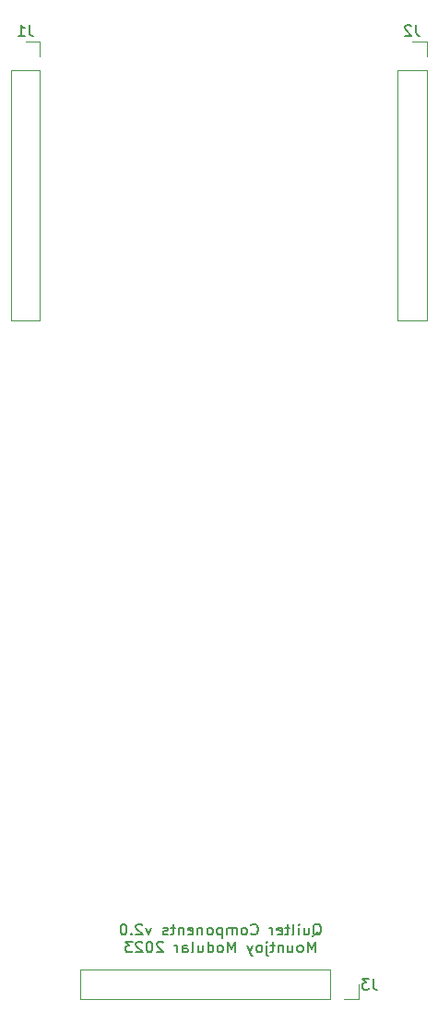
<source format=gbr>
%TF.GenerationSoftware,KiCad,Pcbnew,(6.0.11)*%
%TF.CreationDate,2023-07-04T16:59:20+01:00*%
%TF.ProjectId,Quilter_Components,5175696c-7465-4725-9f43-6f6d706f6e65,rev?*%
%TF.SameCoordinates,Original*%
%TF.FileFunction,Legend,Bot*%
%TF.FilePolarity,Positive*%
%FSLAX46Y46*%
G04 Gerber Fmt 4.6, Leading zero omitted, Abs format (unit mm)*
G04 Created by KiCad (PCBNEW (6.0.11)) date 2023-07-04 16:59:20*
%MOMM*%
%LPD*%
G01*
G04 APERTURE LIST*
%ADD10C,0.200000*%
%ADD11C,0.150000*%
%ADD12C,0.120000*%
G04 APERTURE END LIST*
D10*
X78776190Y-143442619D02*
X78871428Y-143395000D01*
X78966666Y-143299761D01*
X79109523Y-143156904D01*
X79204761Y-143109285D01*
X79300000Y-143109285D01*
X79252380Y-143347380D02*
X79347619Y-143299761D01*
X79442857Y-143204523D01*
X79490476Y-143014047D01*
X79490476Y-142680714D01*
X79442857Y-142490238D01*
X79347619Y-142395000D01*
X79252380Y-142347380D01*
X79061904Y-142347380D01*
X78966666Y-142395000D01*
X78871428Y-142490238D01*
X78823809Y-142680714D01*
X78823809Y-143014047D01*
X78871428Y-143204523D01*
X78966666Y-143299761D01*
X79061904Y-143347380D01*
X79252380Y-143347380D01*
X77966666Y-142680714D02*
X77966666Y-143347380D01*
X78395238Y-142680714D02*
X78395238Y-143204523D01*
X78347619Y-143299761D01*
X78252380Y-143347380D01*
X78109523Y-143347380D01*
X78014285Y-143299761D01*
X77966666Y-143252142D01*
X77490476Y-143347380D02*
X77490476Y-142680714D01*
X77490476Y-142347380D02*
X77538095Y-142395000D01*
X77490476Y-142442619D01*
X77442857Y-142395000D01*
X77490476Y-142347380D01*
X77490476Y-142442619D01*
X76871428Y-143347380D02*
X76966666Y-143299761D01*
X77014285Y-143204523D01*
X77014285Y-142347380D01*
X76633333Y-142680714D02*
X76252380Y-142680714D01*
X76490476Y-142347380D02*
X76490476Y-143204523D01*
X76442857Y-143299761D01*
X76347619Y-143347380D01*
X76252380Y-143347380D01*
X75538095Y-143299761D02*
X75633333Y-143347380D01*
X75823809Y-143347380D01*
X75919047Y-143299761D01*
X75966666Y-143204523D01*
X75966666Y-142823571D01*
X75919047Y-142728333D01*
X75823809Y-142680714D01*
X75633333Y-142680714D01*
X75538095Y-142728333D01*
X75490476Y-142823571D01*
X75490476Y-142918809D01*
X75966666Y-143014047D01*
X75061904Y-143347380D02*
X75061904Y-142680714D01*
X75061904Y-142871190D02*
X75014285Y-142775952D01*
X74966666Y-142728333D01*
X74871428Y-142680714D01*
X74776190Y-142680714D01*
X73109523Y-143252142D02*
X73157142Y-143299761D01*
X73300000Y-143347380D01*
X73395238Y-143347380D01*
X73538095Y-143299761D01*
X73633333Y-143204523D01*
X73680952Y-143109285D01*
X73728571Y-142918809D01*
X73728571Y-142775952D01*
X73680952Y-142585476D01*
X73633333Y-142490238D01*
X73538095Y-142395000D01*
X73395238Y-142347380D01*
X73300000Y-142347380D01*
X73157142Y-142395000D01*
X73109523Y-142442619D01*
X72538095Y-143347380D02*
X72633333Y-143299761D01*
X72680952Y-143252142D01*
X72728571Y-143156904D01*
X72728571Y-142871190D01*
X72680952Y-142775952D01*
X72633333Y-142728333D01*
X72538095Y-142680714D01*
X72395238Y-142680714D01*
X72300000Y-142728333D01*
X72252380Y-142775952D01*
X72204761Y-142871190D01*
X72204761Y-143156904D01*
X72252380Y-143252142D01*
X72300000Y-143299761D01*
X72395238Y-143347380D01*
X72538095Y-143347380D01*
X71776190Y-143347380D02*
X71776190Y-142680714D01*
X71776190Y-142775952D02*
X71728571Y-142728333D01*
X71633333Y-142680714D01*
X71490476Y-142680714D01*
X71395238Y-142728333D01*
X71347619Y-142823571D01*
X71347619Y-143347380D01*
X71347619Y-142823571D02*
X71300000Y-142728333D01*
X71204761Y-142680714D01*
X71061904Y-142680714D01*
X70966666Y-142728333D01*
X70919047Y-142823571D01*
X70919047Y-143347380D01*
X70442857Y-142680714D02*
X70442857Y-143680714D01*
X70442857Y-142728333D02*
X70347619Y-142680714D01*
X70157142Y-142680714D01*
X70061904Y-142728333D01*
X70014285Y-142775952D01*
X69966666Y-142871190D01*
X69966666Y-143156904D01*
X70014285Y-143252142D01*
X70061904Y-143299761D01*
X70157142Y-143347380D01*
X70347619Y-143347380D01*
X70442857Y-143299761D01*
X69395238Y-143347380D02*
X69490476Y-143299761D01*
X69538095Y-143252142D01*
X69585714Y-143156904D01*
X69585714Y-142871190D01*
X69538095Y-142775952D01*
X69490476Y-142728333D01*
X69395238Y-142680714D01*
X69252380Y-142680714D01*
X69157142Y-142728333D01*
X69109523Y-142775952D01*
X69061904Y-142871190D01*
X69061904Y-143156904D01*
X69109523Y-143252142D01*
X69157142Y-143299761D01*
X69252380Y-143347380D01*
X69395238Y-143347380D01*
X68633333Y-142680714D02*
X68633333Y-143347380D01*
X68633333Y-142775952D02*
X68585714Y-142728333D01*
X68490476Y-142680714D01*
X68347619Y-142680714D01*
X68252380Y-142728333D01*
X68204761Y-142823571D01*
X68204761Y-143347380D01*
X67347619Y-143299761D02*
X67442857Y-143347380D01*
X67633333Y-143347380D01*
X67728571Y-143299761D01*
X67776190Y-143204523D01*
X67776190Y-142823571D01*
X67728571Y-142728333D01*
X67633333Y-142680714D01*
X67442857Y-142680714D01*
X67347619Y-142728333D01*
X67300000Y-142823571D01*
X67300000Y-142918809D01*
X67776190Y-143014047D01*
X66871428Y-142680714D02*
X66871428Y-143347380D01*
X66871428Y-142775952D02*
X66823809Y-142728333D01*
X66728571Y-142680714D01*
X66585714Y-142680714D01*
X66490476Y-142728333D01*
X66442857Y-142823571D01*
X66442857Y-143347380D01*
X66109523Y-142680714D02*
X65728571Y-142680714D01*
X65966666Y-142347380D02*
X65966666Y-143204523D01*
X65919047Y-143299761D01*
X65823809Y-143347380D01*
X65728571Y-143347380D01*
X65442857Y-143299761D02*
X65347619Y-143347380D01*
X65157142Y-143347380D01*
X65061904Y-143299761D01*
X65014285Y-143204523D01*
X65014285Y-143156904D01*
X65061904Y-143061666D01*
X65157142Y-143014047D01*
X65300000Y-143014047D01*
X65395238Y-142966428D01*
X65442857Y-142871190D01*
X65442857Y-142823571D01*
X65395238Y-142728333D01*
X65300000Y-142680714D01*
X65157142Y-142680714D01*
X65061904Y-142728333D01*
X63919047Y-142680714D02*
X63680952Y-143347380D01*
X63442857Y-142680714D01*
X63109523Y-142442619D02*
X63061904Y-142395000D01*
X62966666Y-142347380D01*
X62728571Y-142347380D01*
X62633333Y-142395000D01*
X62585714Y-142442619D01*
X62538095Y-142537857D01*
X62538095Y-142633095D01*
X62585714Y-142775952D01*
X63157142Y-143347380D01*
X62538095Y-143347380D01*
X62109523Y-143252142D02*
X62061904Y-143299761D01*
X62109523Y-143347380D01*
X62157142Y-143299761D01*
X62109523Y-143252142D01*
X62109523Y-143347380D01*
X61442857Y-142347380D02*
X61347619Y-142347380D01*
X61252380Y-142395000D01*
X61204761Y-142442619D01*
X61157142Y-142537857D01*
X61109523Y-142728333D01*
X61109523Y-142966428D01*
X61157142Y-143156904D01*
X61204761Y-143252142D01*
X61252380Y-143299761D01*
X61347619Y-143347380D01*
X61442857Y-143347380D01*
X61538095Y-143299761D01*
X61585714Y-143252142D01*
X61633333Y-143156904D01*
X61680952Y-142966428D01*
X61680952Y-142728333D01*
X61633333Y-142537857D01*
X61585714Y-142442619D01*
X61538095Y-142395000D01*
X61442857Y-142347380D01*
X78966666Y-144957380D02*
X78966666Y-143957380D01*
X78633333Y-144671666D01*
X78300000Y-143957380D01*
X78300000Y-144957380D01*
X77680952Y-144957380D02*
X77776190Y-144909761D01*
X77823809Y-144862142D01*
X77871428Y-144766904D01*
X77871428Y-144481190D01*
X77823809Y-144385952D01*
X77776190Y-144338333D01*
X77680952Y-144290714D01*
X77538095Y-144290714D01*
X77442857Y-144338333D01*
X77395238Y-144385952D01*
X77347619Y-144481190D01*
X77347619Y-144766904D01*
X77395238Y-144862142D01*
X77442857Y-144909761D01*
X77538095Y-144957380D01*
X77680952Y-144957380D01*
X76490476Y-144290714D02*
X76490476Y-144957380D01*
X76919047Y-144290714D02*
X76919047Y-144814523D01*
X76871428Y-144909761D01*
X76776190Y-144957380D01*
X76633333Y-144957380D01*
X76538095Y-144909761D01*
X76490476Y-144862142D01*
X76014285Y-144290714D02*
X76014285Y-144957380D01*
X76014285Y-144385952D02*
X75966666Y-144338333D01*
X75871428Y-144290714D01*
X75728571Y-144290714D01*
X75633333Y-144338333D01*
X75585714Y-144433571D01*
X75585714Y-144957380D01*
X75252380Y-144290714D02*
X74871428Y-144290714D01*
X75109523Y-143957380D02*
X75109523Y-144814523D01*
X75061904Y-144909761D01*
X74966666Y-144957380D01*
X74871428Y-144957380D01*
X74538095Y-144290714D02*
X74538095Y-145147857D01*
X74585714Y-145243095D01*
X74680952Y-145290714D01*
X74728571Y-145290714D01*
X74538095Y-143957380D02*
X74585714Y-144005000D01*
X74538095Y-144052619D01*
X74490476Y-144005000D01*
X74538095Y-143957380D01*
X74538095Y-144052619D01*
X73919047Y-144957380D02*
X74014285Y-144909761D01*
X74061904Y-144862142D01*
X74109523Y-144766904D01*
X74109523Y-144481190D01*
X74061904Y-144385952D01*
X74014285Y-144338333D01*
X73919047Y-144290714D01*
X73776190Y-144290714D01*
X73680952Y-144338333D01*
X73633333Y-144385952D01*
X73585714Y-144481190D01*
X73585714Y-144766904D01*
X73633333Y-144862142D01*
X73680952Y-144909761D01*
X73776190Y-144957380D01*
X73919047Y-144957380D01*
X73252380Y-144290714D02*
X73014285Y-144957380D01*
X72776190Y-144290714D02*
X73014285Y-144957380D01*
X73109523Y-145195476D01*
X73157142Y-145243095D01*
X73252380Y-145290714D01*
X71633333Y-144957380D02*
X71633333Y-143957380D01*
X71300000Y-144671666D01*
X70966666Y-143957380D01*
X70966666Y-144957380D01*
X70347619Y-144957380D02*
X70442857Y-144909761D01*
X70490476Y-144862142D01*
X70538095Y-144766904D01*
X70538095Y-144481190D01*
X70490476Y-144385952D01*
X70442857Y-144338333D01*
X70347619Y-144290714D01*
X70204761Y-144290714D01*
X70109523Y-144338333D01*
X70061904Y-144385952D01*
X70014285Y-144481190D01*
X70014285Y-144766904D01*
X70061904Y-144862142D01*
X70109523Y-144909761D01*
X70204761Y-144957380D01*
X70347619Y-144957380D01*
X69157142Y-144957380D02*
X69157142Y-143957380D01*
X69157142Y-144909761D02*
X69252380Y-144957380D01*
X69442857Y-144957380D01*
X69538095Y-144909761D01*
X69585714Y-144862142D01*
X69633333Y-144766904D01*
X69633333Y-144481190D01*
X69585714Y-144385952D01*
X69538095Y-144338333D01*
X69442857Y-144290714D01*
X69252380Y-144290714D01*
X69157142Y-144338333D01*
X68252380Y-144290714D02*
X68252380Y-144957380D01*
X68680952Y-144290714D02*
X68680952Y-144814523D01*
X68633333Y-144909761D01*
X68538095Y-144957380D01*
X68395238Y-144957380D01*
X68300000Y-144909761D01*
X68252380Y-144862142D01*
X67633333Y-144957380D02*
X67728571Y-144909761D01*
X67776190Y-144814523D01*
X67776190Y-143957380D01*
X66823809Y-144957380D02*
X66823809Y-144433571D01*
X66871428Y-144338333D01*
X66966666Y-144290714D01*
X67157142Y-144290714D01*
X67252380Y-144338333D01*
X66823809Y-144909761D02*
X66919047Y-144957380D01*
X67157142Y-144957380D01*
X67252380Y-144909761D01*
X67300000Y-144814523D01*
X67300000Y-144719285D01*
X67252380Y-144624047D01*
X67157142Y-144576428D01*
X66919047Y-144576428D01*
X66823809Y-144528809D01*
X66347619Y-144957380D02*
X66347619Y-144290714D01*
X66347619Y-144481190D02*
X66300000Y-144385952D01*
X66252380Y-144338333D01*
X66157142Y-144290714D01*
X66061904Y-144290714D01*
X65014285Y-144052619D02*
X64966666Y-144005000D01*
X64871428Y-143957380D01*
X64633333Y-143957380D01*
X64538095Y-144005000D01*
X64490476Y-144052619D01*
X64442857Y-144147857D01*
X64442857Y-144243095D01*
X64490476Y-144385952D01*
X65061904Y-144957380D01*
X64442857Y-144957380D01*
X63823809Y-143957380D02*
X63728571Y-143957380D01*
X63633333Y-144005000D01*
X63585714Y-144052619D01*
X63538095Y-144147857D01*
X63490476Y-144338333D01*
X63490476Y-144576428D01*
X63538095Y-144766904D01*
X63585714Y-144862142D01*
X63633333Y-144909761D01*
X63728571Y-144957380D01*
X63823809Y-144957380D01*
X63919047Y-144909761D01*
X63966666Y-144862142D01*
X64014285Y-144766904D01*
X64061904Y-144576428D01*
X64061904Y-144338333D01*
X64014285Y-144147857D01*
X63966666Y-144052619D01*
X63919047Y-144005000D01*
X63823809Y-143957380D01*
X63109523Y-144052619D02*
X63061904Y-144005000D01*
X62966666Y-143957380D01*
X62728571Y-143957380D01*
X62633333Y-144005000D01*
X62585714Y-144052619D01*
X62538095Y-144147857D01*
X62538095Y-144243095D01*
X62585714Y-144385952D01*
X63157142Y-144957380D01*
X62538095Y-144957380D01*
X62204761Y-143957380D02*
X61585714Y-143957380D01*
X61919047Y-144338333D01*
X61776190Y-144338333D01*
X61680952Y-144385952D01*
X61633333Y-144433571D01*
X61585714Y-144528809D01*
X61585714Y-144766904D01*
X61633333Y-144862142D01*
X61680952Y-144909761D01*
X61776190Y-144957380D01*
X62061904Y-144957380D01*
X62157142Y-144909761D01*
X62204761Y-144862142D01*
D11*
%TO.C,J3*%
X84313333Y-147352380D02*
X84313333Y-148066666D01*
X84360952Y-148209523D01*
X84456190Y-148304761D01*
X84599047Y-148352380D01*
X84694285Y-148352380D01*
X83932380Y-147352380D02*
X83313333Y-147352380D01*
X83646666Y-147733333D01*
X83503809Y-147733333D01*
X83408571Y-147780952D01*
X83360952Y-147828571D01*
X83313333Y-147923809D01*
X83313333Y-148161904D01*
X83360952Y-148257142D01*
X83408571Y-148304761D01*
X83503809Y-148352380D01*
X83789523Y-148352380D01*
X83884761Y-148304761D01*
X83932380Y-148257142D01*
%TO.C,J1*%
X52733333Y-59922380D02*
X52733333Y-60636666D01*
X52780952Y-60779523D01*
X52876190Y-60874761D01*
X53019047Y-60922380D01*
X53114285Y-60922380D01*
X51733333Y-60922380D02*
X52304761Y-60922380D01*
X52019047Y-60922380D02*
X52019047Y-59922380D01*
X52114285Y-60065238D01*
X52209523Y-60160476D01*
X52304761Y-60208095D01*
%TO.C,J2*%
X88233333Y-59922380D02*
X88233333Y-60636666D01*
X88280952Y-60779523D01*
X88376190Y-60874761D01*
X88519047Y-60922380D01*
X88614285Y-60922380D01*
X87804761Y-60017619D02*
X87757142Y-59970000D01*
X87661904Y-59922380D01*
X87423809Y-59922380D01*
X87328571Y-59970000D01*
X87280952Y-60017619D01*
X87233333Y-60112857D01*
X87233333Y-60208095D01*
X87280952Y-60350952D01*
X87852380Y-60922380D01*
X87233333Y-60922380D01*
D12*
%TO.C,J3*%
X81650000Y-149230000D02*
X82980000Y-149230000D01*
X82980000Y-149230000D02*
X82980000Y-147900000D01*
X80380000Y-146570000D02*
X57460000Y-146570000D01*
X57460000Y-149230000D02*
X57460000Y-146570000D01*
X80380000Y-149230000D02*
X80380000Y-146570000D01*
X80380000Y-149230000D02*
X57460000Y-149230000D01*
%TO.C,J1*%
X53730000Y-61470000D02*
X52400000Y-61470000D01*
X51070000Y-64070000D02*
X51070000Y-86990000D01*
X53730000Y-64070000D02*
X51070000Y-64070000D01*
X53730000Y-64070000D02*
X53730000Y-86990000D01*
X53730000Y-62800000D02*
X53730000Y-61470000D01*
X53730000Y-86990000D02*
X51070000Y-86990000D01*
%TO.C,J2*%
X89230000Y-61470000D02*
X87900000Y-61470000D01*
X89230000Y-64070000D02*
X89230000Y-86990000D01*
X89230000Y-64070000D02*
X86570000Y-64070000D01*
X89230000Y-86990000D02*
X86570000Y-86990000D01*
X86570000Y-64070000D02*
X86570000Y-86990000D01*
X89230000Y-62800000D02*
X89230000Y-61470000D01*
%TD*%
M02*

</source>
